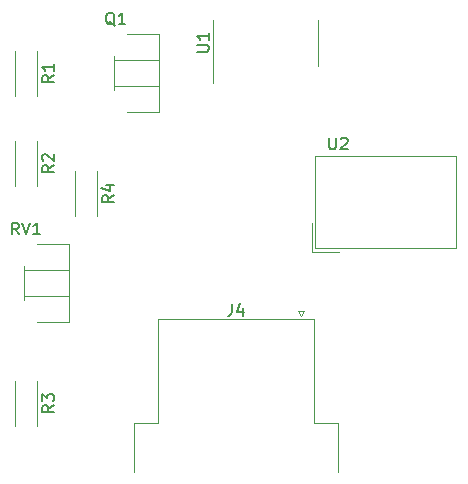
<source format=gbr>
%TF.GenerationSoftware,KiCad,Pcbnew,(6.0.5)*%
%TF.CreationDate,2022-06-27T13:36:48+02:00*%
%TF.ProjectId,luftTempProjekt,6c756674-5465-46d7-9050-726f6a656b74,rev?*%
%TF.SameCoordinates,Original*%
%TF.FileFunction,Legend,Top*%
%TF.FilePolarity,Positive*%
%FSLAX46Y46*%
G04 Gerber Fmt 4.6, Leading zero omitted, Abs format (unit mm)*
G04 Created by KiCad (PCBNEW (6.0.5)) date 2022-06-27 13:36:48*
%MOMM*%
%LPD*%
G01*
G04 APERTURE LIST*
%ADD10C,0.150000*%
%ADD11C,0.120000*%
G04 APERTURE END LIST*
D10*
%TO.C,U1*%
X136412380Y-76896904D02*
X137221904Y-76896904D01*
X137317142Y-76849285D01*
X137364761Y-76801666D01*
X137412380Y-76706428D01*
X137412380Y-76515952D01*
X137364761Y-76420714D01*
X137317142Y-76373095D01*
X137221904Y-76325476D01*
X136412380Y-76325476D01*
X137412380Y-75325476D02*
X137412380Y-75896904D01*
X137412380Y-75611190D02*
X136412380Y-75611190D01*
X136555238Y-75706428D01*
X136650476Y-75801666D01*
X136698095Y-75896904D01*
%TO.C,R2*%
X124292380Y-86526666D02*
X123816190Y-86860000D01*
X124292380Y-87098095D02*
X123292380Y-87098095D01*
X123292380Y-86717142D01*
X123340000Y-86621904D01*
X123387619Y-86574285D01*
X123482857Y-86526666D01*
X123625714Y-86526666D01*
X123720952Y-86574285D01*
X123768571Y-86621904D01*
X123816190Y-86717142D01*
X123816190Y-87098095D01*
X123387619Y-86145714D02*
X123340000Y-86098095D01*
X123292380Y-86002857D01*
X123292380Y-85764761D01*
X123340000Y-85669523D01*
X123387619Y-85621904D01*
X123482857Y-85574285D01*
X123578095Y-85574285D01*
X123720952Y-85621904D01*
X124292380Y-86193333D01*
X124292380Y-85574285D01*
%TO.C,R1*%
X124292380Y-78906666D02*
X123816190Y-79240000D01*
X124292380Y-79478095D02*
X123292380Y-79478095D01*
X123292380Y-79097142D01*
X123340000Y-79001904D01*
X123387619Y-78954285D01*
X123482857Y-78906666D01*
X123625714Y-78906666D01*
X123720952Y-78954285D01*
X123768571Y-79001904D01*
X123816190Y-79097142D01*
X123816190Y-79478095D01*
X124292380Y-77954285D02*
X124292380Y-78525714D01*
X124292380Y-78240000D02*
X123292380Y-78240000D01*
X123435238Y-78335238D01*
X123530476Y-78430476D01*
X123578095Y-78525714D01*
%TO.C,RV1*%
X121324761Y-92372380D02*
X120991428Y-91896190D01*
X120753333Y-92372380D02*
X120753333Y-91372380D01*
X121134285Y-91372380D01*
X121229523Y-91420000D01*
X121277142Y-91467619D01*
X121324761Y-91562857D01*
X121324761Y-91705714D01*
X121277142Y-91800952D01*
X121229523Y-91848571D01*
X121134285Y-91896190D01*
X120753333Y-91896190D01*
X121610476Y-91372380D02*
X121943809Y-92372380D01*
X122277142Y-91372380D01*
X123134285Y-92372380D02*
X122562857Y-92372380D01*
X122848571Y-92372380D02*
X122848571Y-91372380D01*
X122753333Y-91515238D01*
X122658095Y-91610476D01*
X122562857Y-91658095D01*
%TO.C,U2*%
X147598095Y-84182380D02*
X147598095Y-84991904D01*
X147645714Y-85087142D01*
X147693333Y-85134761D01*
X147788571Y-85182380D01*
X147979047Y-85182380D01*
X148074285Y-85134761D01*
X148121904Y-85087142D01*
X148169523Y-84991904D01*
X148169523Y-84182380D01*
X148598095Y-84277619D02*
X148645714Y-84230000D01*
X148740952Y-84182380D01*
X148979047Y-84182380D01*
X149074285Y-84230000D01*
X149121904Y-84277619D01*
X149169523Y-84372857D01*
X149169523Y-84468095D01*
X149121904Y-84610952D01*
X148550476Y-85182380D01*
X149169523Y-85182380D01*
%TO.C,Q1*%
X129444761Y-74687619D02*
X129349523Y-74640000D01*
X129254285Y-74544761D01*
X129111428Y-74401904D01*
X129016190Y-74354285D01*
X128920952Y-74354285D01*
X128968571Y-74592380D02*
X128873333Y-74544761D01*
X128778095Y-74449523D01*
X128730476Y-74259047D01*
X128730476Y-73925714D01*
X128778095Y-73735238D01*
X128873333Y-73640000D01*
X128968571Y-73592380D01*
X129159047Y-73592380D01*
X129254285Y-73640000D01*
X129349523Y-73735238D01*
X129397142Y-73925714D01*
X129397142Y-74259047D01*
X129349523Y-74449523D01*
X129254285Y-74544761D01*
X129159047Y-74592380D01*
X128968571Y-74592380D01*
X130349523Y-74592380D02*
X129778095Y-74592380D01*
X130063809Y-74592380D02*
X130063809Y-73592380D01*
X129968571Y-73735238D01*
X129873333Y-73830476D01*
X129778095Y-73878095D01*
%TO.C,R4*%
X129372380Y-89066666D02*
X128896190Y-89400000D01*
X129372380Y-89638095D02*
X128372380Y-89638095D01*
X128372380Y-89257142D01*
X128420000Y-89161904D01*
X128467619Y-89114285D01*
X128562857Y-89066666D01*
X128705714Y-89066666D01*
X128800952Y-89114285D01*
X128848571Y-89161904D01*
X128896190Y-89257142D01*
X128896190Y-89638095D01*
X128705714Y-88209523D02*
X129372380Y-88209523D01*
X128324761Y-88447619D02*
X129039047Y-88685714D01*
X129039047Y-88066666D01*
%TO.C,R3*%
X124292380Y-106846666D02*
X123816190Y-107180000D01*
X124292380Y-107418095D02*
X123292380Y-107418095D01*
X123292380Y-107037142D01*
X123340000Y-106941904D01*
X123387619Y-106894285D01*
X123482857Y-106846666D01*
X123625714Y-106846666D01*
X123720952Y-106894285D01*
X123768571Y-106941904D01*
X123816190Y-107037142D01*
X123816190Y-107418095D01*
X123292380Y-106513333D02*
X123292380Y-105894285D01*
X123673333Y-106227619D01*
X123673333Y-106084761D01*
X123720952Y-105989523D01*
X123768571Y-105941904D01*
X123863809Y-105894285D01*
X124101904Y-105894285D01*
X124197142Y-105941904D01*
X124244761Y-105989523D01*
X124292380Y-106084761D01*
X124292380Y-106370476D01*
X124244761Y-106465714D01*
X124197142Y-106513333D01*
%TO.C,J4*%
X139376666Y-98242049D02*
X139376666Y-98956335D01*
X139329047Y-99099192D01*
X139233809Y-99194430D01*
X139090952Y-99242049D01*
X138995714Y-99242049D01*
X140281428Y-98575383D02*
X140281428Y-99242049D01*
X140043333Y-98194430D02*
X139805238Y-98908716D01*
X140424285Y-98908716D01*
D11*
%TO.C,U1*%
X146675000Y-76135000D02*
X146675000Y-78085000D01*
X137805000Y-76135000D02*
X137805000Y-74185000D01*
X137805000Y-76135000D02*
X137805000Y-79585000D01*
X146675000Y-76135000D02*
X146675000Y-74185000D01*
%TO.C,R2*%
X122840000Y-84440000D02*
X122840000Y-88280000D01*
X121000000Y-84440000D02*
X121000000Y-88280000D01*
%TO.C,R1*%
X122840000Y-76820000D02*
X122840000Y-80660000D01*
X121000000Y-76820000D02*
X121000000Y-80660000D01*
%TO.C,RV1*%
X121799000Y-95360000D02*
X125540000Y-95360000D01*
X121799000Y-95360000D02*
X121799000Y-97600000D01*
X121799000Y-97600000D02*
X125540000Y-97600000D01*
X125540000Y-95360000D02*
X125540000Y-97600000D01*
X122845000Y-93210000D02*
X125540000Y-93210000D01*
X122845000Y-99750000D02*
X125540000Y-99750000D01*
X125540000Y-93210000D02*
X125540000Y-99750000D01*
X121799000Y-95046000D02*
X121799000Y-97915000D01*
%TO.C,U2*%
X158380000Y-85710000D02*
X158380000Y-93560000D01*
X146440000Y-85710000D02*
X158380000Y-85710000D01*
X146110000Y-93890000D02*
X148440000Y-93890000D01*
X146110000Y-91440000D02*
X146110000Y-93890000D01*
X158380000Y-93560000D02*
X146440000Y-93560000D01*
X146440000Y-93560000D02*
X146440000Y-85710000D01*
%TO.C,Q1*%
X129419000Y-77580000D02*
X133160000Y-77580000D01*
X130465000Y-75430000D02*
X133160000Y-75430000D01*
X130465000Y-81970000D02*
X133160000Y-81970000D01*
X129419000Y-77580000D02*
X129419000Y-79820000D01*
X133160000Y-77580000D02*
X133160000Y-79820000D01*
X133160000Y-75430000D02*
X133160000Y-81970000D01*
X129419000Y-79820000D02*
X133160000Y-79820000D01*
X129419000Y-77266000D02*
X129419000Y-80135000D01*
%TO.C,R4*%
X126080000Y-86980000D02*
X126080000Y-90820000D01*
X127920000Y-86980000D02*
X127920000Y-90820000D01*
%TO.C,R3*%
X121000000Y-104760000D02*
X121000000Y-108600000D01*
X122840000Y-104760000D02*
X122840000Y-108600000D01*
%TO.C,J4*%
X133110000Y-108369669D02*
X133110000Y-99529669D01*
X131100000Y-108369669D02*
X133110000Y-108369669D01*
X146310000Y-108369669D02*
X148320000Y-108369669D01*
X146310000Y-99529669D02*
X146310000Y-108369669D01*
X145000000Y-98835331D02*
X145500000Y-98835331D01*
X148320000Y-108369669D02*
X148320000Y-112469669D01*
X145500000Y-98835331D02*
X145250000Y-99268344D01*
X131100000Y-112469669D02*
X131100000Y-108369669D01*
X145250000Y-99268344D02*
X145000000Y-98835331D01*
X133110000Y-99529669D02*
X146310000Y-99529669D01*
%TD*%
M02*

</source>
